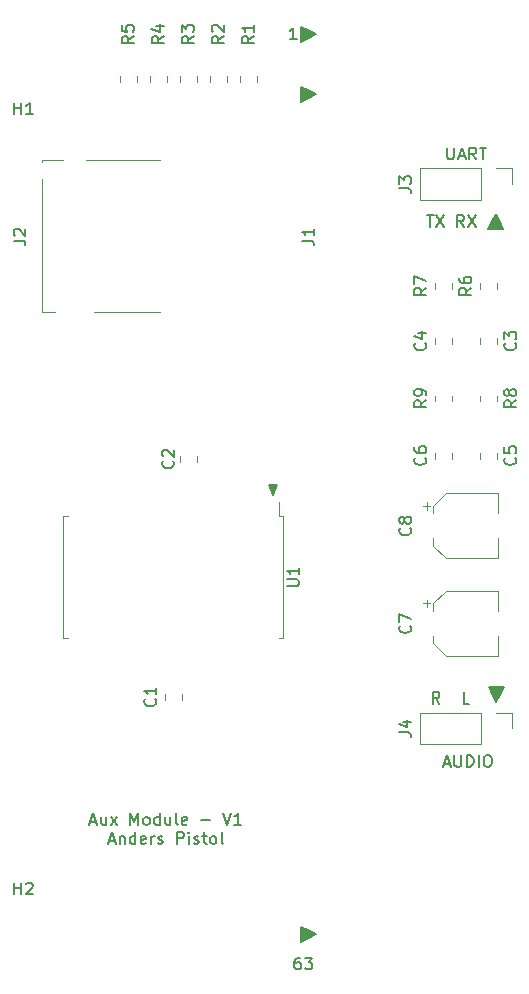
<source format=gbr>
%TF.GenerationSoftware,KiCad,Pcbnew,(6.0.4)*%
%TF.CreationDate,2022-04-07T10:44:55+02:00*%
%TF.ProjectId,srambrd,7372616d-6272-4642-9e6b-696361645f70,rev?*%
%TF.SameCoordinates,Original*%
%TF.FileFunction,Legend,Top*%
%TF.FilePolarity,Positive*%
%FSLAX46Y46*%
G04 Gerber Fmt 4.6, Leading zero omitted, Abs format (unit mm)*
G04 Created by KiCad (PCBNEW (6.0.4)) date 2022-04-07 10:44:55*
%MOMM*%
%LPD*%
G01*
G04 APERTURE LIST*
%ADD10C,0.150000*%
%ADD11C,0.120000*%
G04 APERTURE END LIST*
D10*
G36*
X125879777Y-101216388D02*
G01*
X125568547Y-100432042D01*
X126216086Y-100432042D01*
X125879777Y-101216388D01*
G37*
X125879777Y-101216388D02*
X125568547Y-100432042D01*
X126216086Y-100432042D01*
X125879777Y-101216388D01*
G36*
X144806883Y-118811847D02*
G01*
X144171883Y-117541847D01*
X145441883Y-117541847D01*
X144806883Y-118811847D01*
G37*
X144806883Y-118811847D02*
X144171883Y-117541847D01*
X145441883Y-117541847D01*
X144806883Y-118811847D01*
G36*
X129540000Y-62230000D02*
G01*
X128270000Y-62865000D01*
X128270000Y-61595000D01*
X129540000Y-62230000D01*
G37*
X129540000Y-62230000D02*
X128270000Y-62865000D01*
X128270000Y-61595000D01*
X129540000Y-62230000D01*
G36*
X129540000Y-67310000D02*
G01*
X128270000Y-67945000D01*
X128270000Y-66675000D01*
X129540000Y-67310000D01*
G37*
X129540000Y-67310000D02*
X128270000Y-67945000D01*
X128270000Y-66675000D01*
X129540000Y-67310000D01*
G36*
X145415000Y-78740000D02*
G01*
X144145000Y-78740000D01*
X144780000Y-77470000D01*
X145415000Y-78740000D01*
G37*
X145415000Y-78740000D02*
X144145000Y-78740000D01*
X144780000Y-77470000D01*
X145415000Y-78740000D01*
G36*
X129540000Y-138430000D02*
G01*
X128270000Y-139065000D01*
X128270000Y-137795000D01*
X129540000Y-138430000D01*
G37*
X129540000Y-138430000D02*
X128270000Y-139065000D01*
X128270000Y-137795000D01*
X129540000Y-138430000D01*
X142073333Y-78557380D02*
X141740000Y-78081190D01*
X141501904Y-78557380D02*
X141501904Y-77557380D01*
X141882857Y-77557380D01*
X141978095Y-77605000D01*
X142025714Y-77652619D01*
X142073333Y-77747857D01*
X142073333Y-77890714D01*
X142025714Y-77985952D01*
X141978095Y-78033571D01*
X141882857Y-78081190D01*
X141501904Y-78081190D01*
X142406666Y-77557380D02*
X143073333Y-78557380D01*
X143073333Y-77557380D02*
X142406666Y-78557380D01*
X138938095Y-77557380D02*
X139509523Y-77557380D01*
X139223809Y-78557380D02*
X139223809Y-77557380D01*
X139747619Y-77557380D02*
X140414285Y-78557380D01*
X140414285Y-77557380D02*
X139747619Y-78557380D01*
X140644761Y-71842380D02*
X140644761Y-72651904D01*
X140692380Y-72747142D01*
X140740000Y-72794761D01*
X140835238Y-72842380D01*
X141025714Y-72842380D01*
X141120952Y-72794761D01*
X141168571Y-72747142D01*
X141216190Y-72651904D01*
X141216190Y-71842380D01*
X141644761Y-72556666D02*
X142120952Y-72556666D01*
X141549523Y-72842380D02*
X141882857Y-71842380D01*
X142216190Y-72842380D01*
X143120952Y-72842380D02*
X142787619Y-72366190D01*
X142549523Y-72842380D02*
X142549523Y-71842380D01*
X142930476Y-71842380D01*
X143025714Y-71890000D01*
X143073333Y-71937619D01*
X143120952Y-72032857D01*
X143120952Y-72175714D01*
X143073333Y-72270952D01*
X143025714Y-72318571D01*
X142930476Y-72366190D01*
X142549523Y-72366190D01*
X143406666Y-71842380D02*
X143978095Y-71842380D01*
X143692380Y-72842380D02*
X143692380Y-71842380D01*
X142549523Y-118925649D02*
X142073333Y-118925649D01*
X142073333Y-117925649D01*
X110459047Y-128901666D02*
X110935238Y-128901666D01*
X110363809Y-129187380D02*
X110697142Y-128187380D01*
X111030476Y-129187380D01*
X111792380Y-128520714D02*
X111792380Y-129187380D01*
X111363809Y-128520714D02*
X111363809Y-129044523D01*
X111411428Y-129139761D01*
X111506666Y-129187380D01*
X111649523Y-129187380D01*
X111744761Y-129139761D01*
X111792380Y-129092142D01*
X112173333Y-129187380D02*
X112697142Y-128520714D01*
X112173333Y-128520714D02*
X112697142Y-129187380D01*
X113840000Y-129187380D02*
X113840000Y-128187380D01*
X114173333Y-128901666D01*
X114506666Y-128187380D01*
X114506666Y-129187380D01*
X115125714Y-129187380D02*
X115030476Y-129139761D01*
X114982857Y-129092142D01*
X114935238Y-128996904D01*
X114935238Y-128711190D01*
X114982857Y-128615952D01*
X115030476Y-128568333D01*
X115125714Y-128520714D01*
X115268571Y-128520714D01*
X115363809Y-128568333D01*
X115411428Y-128615952D01*
X115459047Y-128711190D01*
X115459047Y-128996904D01*
X115411428Y-129092142D01*
X115363809Y-129139761D01*
X115268571Y-129187380D01*
X115125714Y-129187380D01*
X116316190Y-129187380D02*
X116316190Y-128187380D01*
X116316190Y-129139761D02*
X116220952Y-129187380D01*
X116030476Y-129187380D01*
X115935238Y-129139761D01*
X115887619Y-129092142D01*
X115840000Y-128996904D01*
X115840000Y-128711190D01*
X115887619Y-128615952D01*
X115935238Y-128568333D01*
X116030476Y-128520714D01*
X116220952Y-128520714D01*
X116316190Y-128568333D01*
X117220952Y-128520714D02*
X117220952Y-129187380D01*
X116792380Y-128520714D02*
X116792380Y-129044523D01*
X116840000Y-129139761D01*
X116935238Y-129187380D01*
X117078095Y-129187380D01*
X117173333Y-129139761D01*
X117220952Y-129092142D01*
X117840000Y-129187380D02*
X117744761Y-129139761D01*
X117697142Y-129044523D01*
X117697142Y-128187380D01*
X118601904Y-129139761D02*
X118506666Y-129187380D01*
X118316190Y-129187380D01*
X118220952Y-129139761D01*
X118173333Y-129044523D01*
X118173333Y-128663571D01*
X118220952Y-128568333D01*
X118316190Y-128520714D01*
X118506666Y-128520714D01*
X118601904Y-128568333D01*
X118649523Y-128663571D01*
X118649523Y-128758809D01*
X118173333Y-128854047D01*
X119840000Y-128806428D02*
X120601904Y-128806428D01*
X121697142Y-128187380D02*
X122030476Y-129187380D01*
X122363809Y-128187380D01*
X123220952Y-129187380D02*
X122649523Y-129187380D01*
X122935238Y-129187380D02*
X122935238Y-128187380D01*
X122840000Y-128330238D01*
X122744761Y-128425476D01*
X122649523Y-128473095D01*
X112030476Y-130511666D02*
X112506666Y-130511666D01*
X111935238Y-130797380D02*
X112268571Y-129797380D01*
X112601904Y-130797380D01*
X112935238Y-130130714D02*
X112935238Y-130797380D01*
X112935238Y-130225952D02*
X112982857Y-130178333D01*
X113078095Y-130130714D01*
X113220952Y-130130714D01*
X113316190Y-130178333D01*
X113363809Y-130273571D01*
X113363809Y-130797380D01*
X114268571Y-130797380D02*
X114268571Y-129797380D01*
X114268571Y-130749761D02*
X114173333Y-130797380D01*
X113982857Y-130797380D01*
X113887619Y-130749761D01*
X113840000Y-130702142D01*
X113792380Y-130606904D01*
X113792380Y-130321190D01*
X113840000Y-130225952D01*
X113887619Y-130178333D01*
X113982857Y-130130714D01*
X114173333Y-130130714D01*
X114268571Y-130178333D01*
X115125714Y-130749761D02*
X115030476Y-130797380D01*
X114840000Y-130797380D01*
X114744761Y-130749761D01*
X114697142Y-130654523D01*
X114697142Y-130273571D01*
X114744761Y-130178333D01*
X114840000Y-130130714D01*
X115030476Y-130130714D01*
X115125714Y-130178333D01*
X115173333Y-130273571D01*
X115173333Y-130368809D01*
X114697142Y-130464047D01*
X115601904Y-130797380D02*
X115601904Y-130130714D01*
X115601904Y-130321190D02*
X115649523Y-130225952D01*
X115697142Y-130178333D01*
X115792380Y-130130714D01*
X115887619Y-130130714D01*
X116173333Y-130749761D02*
X116268571Y-130797380D01*
X116459047Y-130797380D01*
X116554285Y-130749761D01*
X116601904Y-130654523D01*
X116601904Y-130606904D01*
X116554285Y-130511666D01*
X116459047Y-130464047D01*
X116316190Y-130464047D01*
X116220952Y-130416428D01*
X116173333Y-130321190D01*
X116173333Y-130273571D01*
X116220952Y-130178333D01*
X116316190Y-130130714D01*
X116459047Y-130130714D01*
X116554285Y-130178333D01*
X117792380Y-130797380D02*
X117792380Y-129797380D01*
X118173333Y-129797380D01*
X118268571Y-129845000D01*
X118316190Y-129892619D01*
X118363809Y-129987857D01*
X118363809Y-130130714D01*
X118316190Y-130225952D01*
X118268571Y-130273571D01*
X118173333Y-130321190D01*
X117792380Y-130321190D01*
X118792380Y-130797380D02*
X118792380Y-130130714D01*
X118792380Y-129797380D02*
X118744761Y-129845000D01*
X118792380Y-129892619D01*
X118840000Y-129845000D01*
X118792380Y-129797380D01*
X118792380Y-129892619D01*
X119220952Y-130749761D02*
X119316190Y-130797380D01*
X119506666Y-130797380D01*
X119601904Y-130749761D01*
X119649523Y-130654523D01*
X119649523Y-130606904D01*
X119601904Y-130511666D01*
X119506666Y-130464047D01*
X119363809Y-130464047D01*
X119268571Y-130416428D01*
X119220952Y-130321190D01*
X119220952Y-130273571D01*
X119268571Y-130178333D01*
X119363809Y-130130714D01*
X119506666Y-130130714D01*
X119601904Y-130178333D01*
X119935238Y-130130714D02*
X120316190Y-130130714D01*
X120078095Y-129797380D02*
X120078095Y-130654523D01*
X120125714Y-130749761D01*
X120220952Y-130797380D01*
X120316190Y-130797380D01*
X120792380Y-130797380D02*
X120697142Y-130749761D01*
X120649523Y-130702142D01*
X120601904Y-130606904D01*
X120601904Y-130321190D01*
X120649523Y-130225952D01*
X120697142Y-130178333D01*
X120792380Y-130130714D01*
X120935238Y-130130714D01*
X121030476Y-130178333D01*
X121078095Y-130225952D01*
X121125714Y-130321190D01*
X121125714Y-130606904D01*
X121078095Y-130702142D01*
X121030476Y-130749761D01*
X120935238Y-130797380D01*
X120792380Y-130797380D01*
X121697142Y-130797380D02*
X121601904Y-130749761D01*
X121554285Y-130654523D01*
X121554285Y-129797380D01*
X140009523Y-118925649D02*
X139676190Y-118449459D01*
X139438095Y-118925649D02*
X139438095Y-117925649D01*
X139819047Y-117925649D01*
X139914285Y-117973269D01*
X139961904Y-118020888D01*
X140009523Y-118116126D01*
X140009523Y-118258983D01*
X139961904Y-118354221D01*
X139914285Y-118401840D01*
X139819047Y-118449459D01*
X139438095Y-118449459D01*
X128204404Y-140422380D02*
X128013928Y-140422380D01*
X127918690Y-140470000D01*
X127871071Y-140517619D01*
X127775833Y-140660476D01*
X127728214Y-140850952D01*
X127728214Y-141231904D01*
X127775833Y-141327142D01*
X127823452Y-141374761D01*
X127918690Y-141422380D01*
X128109166Y-141422380D01*
X128204404Y-141374761D01*
X128252023Y-141327142D01*
X128299642Y-141231904D01*
X128299642Y-140993809D01*
X128252023Y-140898571D01*
X128204404Y-140850952D01*
X128109166Y-140803333D01*
X127918690Y-140803333D01*
X127823452Y-140850952D01*
X127775833Y-140898571D01*
X127728214Y-140993809D01*
X128632976Y-140422380D02*
X129252023Y-140422380D01*
X128918690Y-140803333D01*
X129061547Y-140803333D01*
X129156785Y-140850952D01*
X129204404Y-140898571D01*
X129252023Y-140993809D01*
X129252023Y-141231904D01*
X129204404Y-141327142D01*
X129156785Y-141374761D01*
X129061547Y-141422380D01*
X128775833Y-141422380D01*
X128680595Y-141374761D01*
X128632976Y-141327142D01*
X140372399Y-123991666D02*
X140848589Y-123991666D01*
X140277161Y-124277380D02*
X140610494Y-123277380D01*
X140943828Y-124277380D01*
X141277161Y-123277380D02*
X141277161Y-124086904D01*
X141324780Y-124182142D01*
X141372399Y-124229761D01*
X141467637Y-124277380D01*
X141658113Y-124277380D01*
X141753351Y-124229761D01*
X141800970Y-124182142D01*
X141848589Y-124086904D01*
X141848589Y-123277380D01*
X142324780Y-124277380D02*
X142324780Y-123277380D01*
X142562875Y-123277380D01*
X142705732Y-123325000D01*
X142800970Y-123420238D01*
X142848589Y-123515476D01*
X142896209Y-123705952D01*
X142896209Y-123848809D01*
X142848589Y-124039285D01*
X142800970Y-124134523D01*
X142705732Y-124229761D01*
X142562875Y-124277380D01*
X142324780Y-124277380D01*
X143324780Y-124277380D02*
X143324780Y-123277380D01*
X143991447Y-123277380D02*
X144181923Y-123277380D01*
X144277161Y-123325000D01*
X144372399Y-123420238D01*
X144420018Y-123610714D01*
X144420018Y-123944047D01*
X144372399Y-124134523D01*
X144277161Y-124229761D01*
X144181923Y-124277380D01*
X143991447Y-124277380D01*
X143896209Y-124229761D01*
X143800970Y-124134523D01*
X143753351Y-123944047D01*
X143753351Y-123610714D01*
X143800970Y-123420238D01*
X143896209Y-123325000D01*
X143991447Y-123277380D01*
X127920714Y-62682380D02*
X127349285Y-62682380D01*
X127635000Y-62682380D02*
X127635000Y-61682380D01*
X127539761Y-61825238D01*
X127444523Y-61920476D01*
X127349285Y-61968095D01*
%TO.C,R5*%
X114117380Y-62396666D02*
X113641190Y-62730000D01*
X114117380Y-62968095D02*
X113117380Y-62968095D01*
X113117380Y-62587142D01*
X113165000Y-62491904D01*
X113212619Y-62444285D01*
X113307857Y-62396666D01*
X113450714Y-62396666D01*
X113545952Y-62444285D01*
X113593571Y-62491904D01*
X113641190Y-62587142D01*
X113641190Y-62968095D01*
X113117380Y-61491904D02*
X113117380Y-61968095D01*
X113593571Y-62015714D01*
X113545952Y-61968095D01*
X113498333Y-61872857D01*
X113498333Y-61634761D01*
X113545952Y-61539523D01*
X113593571Y-61491904D01*
X113688809Y-61444285D01*
X113926904Y-61444285D01*
X114022142Y-61491904D01*
X114069761Y-61539523D01*
X114117380Y-61634761D01*
X114117380Y-61872857D01*
X114069761Y-61968095D01*
X114022142Y-62015714D01*
%TO.C,C7*%
X137512299Y-112306407D02*
X137559918Y-112354026D01*
X137607537Y-112496883D01*
X137607537Y-112592121D01*
X137559918Y-112734979D01*
X137464680Y-112830217D01*
X137369442Y-112877836D01*
X137178966Y-112925455D01*
X137036109Y-112925455D01*
X136845633Y-112877836D01*
X136750395Y-112830217D01*
X136655157Y-112734979D01*
X136607537Y-112592121D01*
X136607537Y-112496883D01*
X136655157Y-112354026D01*
X136702776Y-112306407D01*
X136607537Y-111973074D02*
X136607537Y-111306407D01*
X137607537Y-111734979D01*
%TO.C,R4*%
X116657380Y-62396666D02*
X116181190Y-62730000D01*
X116657380Y-62968095D02*
X115657380Y-62968095D01*
X115657380Y-62587142D01*
X115705000Y-62491904D01*
X115752619Y-62444285D01*
X115847857Y-62396666D01*
X115990714Y-62396666D01*
X116085952Y-62444285D01*
X116133571Y-62491904D01*
X116181190Y-62587142D01*
X116181190Y-62968095D01*
X115990714Y-61539523D02*
X116657380Y-61539523D01*
X115609761Y-61777619D02*
X116324047Y-62015714D01*
X116324047Y-61396666D01*
%TO.C,J3*%
X136612380Y-75263333D02*
X137326666Y-75263333D01*
X137469523Y-75310952D01*
X137564761Y-75406190D01*
X137612380Y-75549047D01*
X137612380Y-75644285D01*
X136612380Y-74882380D02*
X136612380Y-74263333D01*
X136993333Y-74596666D01*
X136993333Y-74453809D01*
X137040952Y-74358571D01*
X137088571Y-74310952D01*
X137183809Y-74263333D01*
X137421904Y-74263333D01*
X137517142Y-74310952D01*
X137564761Y-74358571D01*
X137612380Y-74453809D01*
X137612380Y-74739523D01*
X137564761Y-74834761D01*
X137517142Y-74882380D01*
%TO.C,C4*%
X138787142Y-88392435D02*
X138834761Y-88440054D01*
X138882380Y-88582911D01*
X138882380Y-88678149D01*
X138834761Y-88821007D01*
X138739523Y-88916245D01*
X138644285Y-88963864D01*
X138453809Y-89011483D01*
X138310952Y-89011483D01*
X138120476Y-88963864D01*
X138025238Y-88916245D01*
X137930000Y-88821007D01*
X137882380Y-88678149D01*
X137882380Y-88582911D01*
X137930000Y-88440054D01*
X137977619Y-88392435D01*
X138215714Y-87535292D02*
X138882380Y-87535292D01*
X137834761Y-87773388D02*
X138549047Y-88011483D01*
X138549047Y-87392435D01*
%TO.C,H1*%
X104013095Y-69032380D02*
X104013095Y-68032380D01*
X104013095Y-68508571D02*
X104584523Y-68508571D01*
X104584523Y-69032380D02*
X104584523Y-68032380D01*
X105584523Y-69032380D02*
X105013095Y-69032380D01*
X105298809Y-69032380D02*
X105298809Y-68032380D01*
X105203571Y-68175238D01*
X105108333Y-68270476D01*
X105013095Y-68318095D01*
%TO.C,R6*%
X142692380Y-83714935D02*
X142216190Y-84048269D01*
X142692380Y-84286364D02*
X141692380Y-84286364D01*
X141692380Y-83905411D01*
X141740000Y-83810173D01*
X141787619Y-83762554D01*
X141882857Y-83714935D01*
X142025714Y-83714935D01*
X142120952Y-83762554D01*
X142168571Y-83810173D01*
X142216190Y-83905411D01*
X142216190Y-84286364D01*
X141692380Y-82857792D02*
X141692380Y-83048269D01*
X141740000Y-83143507D01*
X141787619Y-83191126D01*
X141930476Y-83286364D01*
X142120952Y-83333983D01*
X142501904Y-83333983D01*
X142597142Y-83286364D01*
X142644761Y-83238745D01*
X142692380Y-83143507D01*
X142692380Y-82953030D01*
X142644761Y-82857792D01*
X142597142Y-82810173D01*
X142501904Y-82762554D01*
X142263809Y-82762554D01*
X142168571Y-82810173D01*
X142120952Y-82857792D01*
X142073333Y-82953030D01*
X142073333Y-83143507D01*
X142120952Y-83238745D01*
X142168571Y-83286364D01*
X142263809Y-83333983D01*
%TO.C,J4*%
X136612380Y-121346602D02*
X137326666Y-121346602D01*
X137469523Y-121394221D01*
X137564761Y-121489459D01*
X137612380Y-121632316D01*
X137612380Y-121727554D01*
X136945714Y-120441840D02*
X137612380Y-120441840D01*
X136564761Y-120679935D02*
X137279047Y-120918030D01*
X137279047Y-120298983D01*
%TO.C,R9*%
X138882380Y-93239935D02*
X138406190Y-93573269D01*
X138882380Y-93811364D02*
X137882380Y-93811364D01*
X137882380Y-93430411D01*
X137930000Y-93335173D01*
X137977619Y-93287554D01*
X138072857Y-93239935D01*
X138215714Y-93239935D01*
X138310952Y-93287554D01*
X138358571Y-93335173D01*
X138406190Y-93430411D01*
X138406190Y-93811364D01*
X138882380Y-92763745D02*
X138882380Y-92573269D01*
X138834761Y-92478030D01*
X138787142Y-92430411D01*
X138644285Y-92335173D01*
X138453809Y-92287554D01*
X138072857Y-92287554D01*
X137977619Y-92335173D01*
X137930000Y-92382792D01*
X137882380Y-92478030D01*
X137882380Y-92668507D01*
X137930000Y-92763745D01*
X137977619Y-92811364D01*
X138072857Y-92858983D01*
X138310952Y-92858983D01*
X138406190Y-92811364D01*
X138453809Y-92763745D01*
X138501428Y-92668507D01*
X138501428Y-92478030D01*
X138453809Y-92382792D01*
X138406190Y-92335173D01*
X138310952Y-92287554D01*
%TO.C,R1*%
X124277380Y-62396666D02*
X123801190Y-62730000D01*
X124277380Y-62968095D02*
X123277380Y-62968095D01*
X123277380Y-62587142D01*
X123325000Y-62491904D01*
X123372619Y-62444285D01*
X123467857Y-62396666D01*
X123610714Y-62396666D01*
X123705952Y-62444285D01*
X123753571Y-62491904D01*
X123801190Y-62587142D01*
X123801190Y-62968095D01*
X124277380Y-61444285D02*
X124277380Y-62015714D01*
X124277380Y-61730000D02*
X123277380Y-61730000D01*
X123420238Y-61825238D01*
X123515476Y-61920476D01*
X123563095Y-62015714D01*
%TO.C,C2*%
X117422142Y-98359166D02*
X117469761Y-98406785D01*
X117517380Y-98549642D01*
X117517380Y-98644880D01*
X117469761Y-98787738D01*
X117374523Y-98882976D01*
X117279285Y-98930595D01*
X117088809Y-98978214D01*
X116945952Y-98978214D01*
X116755476Y-98930595D01*
X116660238Y-98882976D01*
X116565000Y-98787738D01*
X116517380Y-98644880D01*
X116517380Y-98549642D01*
X116565000Y-98406785D01*
X116612619Y-98359166D01*
X116612619Y-97978214D02*
X116565000Y-97930595D01*
X116517380Y-97835357D01*
X116517380Y-97597261D01*
X116565000Y-97502023D01*
X116612619Y-97454404D01*
X116707857Y-97406785D01*
X116803095Y-97406785D01*
X116945952Y-97454404D01*
X117517380Y-98025833D01*
X117517380Y-97406785D01*
%TO.C,U1*%
X127087380Y-108965904D02*
X127896904Y-108965904D01*
X127992142Y-108918285D01*
X128039761Y-108870666D01*
X128087380Y-108775428D01*
X128087380Y-108584952D01*
X128039761Y-108489714D01*
X127992142Y-108442095D01*
X127896904Y-108394476D01*
X127087380Y-108394476D01*
X128087380Y-107394476D02*
X128087380Y-107965904D01*
X128087380Y-107680190D02*
X127087380Y-107680190D01*
X127230238Y-107775428D01*
X127325476Y-107870666D01*
X127373095Y-107965904D01*
%TO.C,R3*%
X119197380Y-62396666D02*
X118721190Y-62730000D01*
X119197380Y-62968095D02*
X118197380Y-62968095D01*
X118197380Y-62587142D01*
X118245000Y-62491904D01*
X118292619Y-62444285D01*
X118387857Y-62396666D01*
X118530714Y-62396666D01*
X118625952Y-62444285D01*
X118673571Y-62491904D01*
X118721190Y-62587142D01*
X118721190Y-62968095D01*
X118197380Y-62063333D02*
X118197380Y-61444285D01*
X118578333Y-61777619D01*
X118578333Y-61634761D01*
X118625952Y-61539523D01*
X118673571Y-61491904D01*
X118768809Y-61444285D01*
X119006904Y-61444285D01*
X119102142Y-61491904D01*
X119149761Y-61539523D01*
X119197380Y-61634761D01*
X119197380Y-61920476D01*
X119149761Y-62015714D01*
X119102142Y-62063333D01*
%TO.C,C1*%
X115927142Y-118509166D02*
X115974761Y-118556785D01*
X116022380Y-118699642D01*
X116022380Y-118794880D01*
X115974761Y-118937738D01*
X115879523Y-119032976D01*
X115784285Y-119080595D01*
X115593809Y-119128214D01*
X115450952Y-119128214D01*
X115260476Y-119080595D01*
X115165238Y-119032976D01*
X115070000Y-118937738D01*
X115022380Y-118794880D01*
X115022380Y-118699642D01*
X115070000Y-118556785D01*
X115117619Y-118509166D01*
X116022380Y-117556785D02*
X116022380Y-118128214D01*
X116022380Y-117842500D02*
X115022380Y-117842500D01*
X115165238Y-117937738D01*
X115260476Y-118032976D01*
X115308095Y-118128214D01*
%TO.C,C8*%
X137512299Y-104051407D02*
X137559918Y-104099026D01*
X137607537Y-104241883D01*
X137607537Y-104337121D01*
X137559918Y-104479979D01*
X137464680Y-104575217D01*
X137369442Y-104622836D01*
X137178966Y-104670455D01*
X137036109Y-104670455D01*
X136845633Y-104622836D01*
X136750395Y-104575217D01*
X136655157Y-104479979D01*
X136607537Y-104337121D01*
X136607537Y-104241883D01*
X136655157Y-104099026D01*
X136702776Y-104051407D01*
X137036109Y-103479979D02*
X136988490Y-103575217D01*
X136940871Y-103622836D01*
X136845633Y-103670455D01*
X136798014Y-103670455D01*
X136702776Y-103622836D01*
X136655157Y-103575217D01*
X136607537Y-103479979D01*
X136607537Y-103289502D01*
X136655157Y-103194264D01*
X136702776Y-103146645D01*
X136798014Y-103099026D01*
X136845633Y-103099026D01*
X136940871Y-103146645D01*
X136988490Y-103194264D01*
X137036109Y-103289502D01*
X137036109Y-103479979D01*
X137083728Y-103575217D01*
X137131347Y-103622836D01*
X137226585Y-103670455D01*
X137417061Y-103670455D01*
X137512299Y-103622836D01*
X137559918Y-103575217D01*
X137607537Y-103479979D01*
X137607537Y-103289502D01*
X137559918Y-103194264D01*
X137512299Y-103146645D01*
X137417061Y-103099026D01*
X137226585Y-103099026D01*
X137131347Y-103146645D01*
X137083728Y-103194264D01*
X137036109Y-103289502D01*
%TO.C,C6*%
X138787142Y-98087435D02*
X138834761Y-98135054D01*
X138882380Y-98277911D01*
X138882380Y-98373149D01*
X138834761Y-98516007D01*
X138739523Y-98611245D01*
X138644285Y-98658864D01*
X138453809Y-98706483D01*
X138310952Y-98706483D01*
X138120476Y-98658864D01*
X138025238Y-98611245D01*
X137930000Y-98516007D01*
X137882380Y-98373149D01*
X137882380Y-98277911D01*
X137930000Y-98135054D01*
X137977619Y-98087435D01*
X137882380Y-97230292D02*
X137882380Y-97420769D01*
X137930000Y-97516007D01*
X137977619Y-97563626D01*
X138120476Y-97658864D01*
X138310952Y-97706483D01*
X138691904Y-97706483D01*
X138787142Y-97658864D01*
X138834761Y-97611245D01*
X138882380Y-97516007D01*
X138882380Y-97325530D01*
X138834761Y-97230292D01*
X138787142Y-97182673D01*
X138691904Y-97135054D01*
X138453809Y-97135054D01*
X138358571Y-97182673D01*
X138310952Y-97230292D01*
X138263333Y-97325530D01*
X138263333Y-97516007D01*
X138310952Y-97611245D01*
X138358571Y-97658864D01*
X138453809Y-97706483D01*
%TO.C,C5*%
X146407142Y-98087435D02*
X146454761Y-98135054D01*
X146502380Y-98277911D01*
X146502380Y-98373149D01*
X146454761Y-98516007D01*
X146359523Y-98611245D01*
X146264285Y-98658864D01*
X146073809Y-98706483D01*
X145930952Y-98706483D01*
X145740476Y-98658864D01*
X145645238Y-98611245D01*
X145550000Y-98516007D01*
X145502380Y-98373149D01*
X145502380Y-98277911D01*
X145550000Y-98135054D01*
X145597619Y-98087435D01*
X145502380Y-97182673D02*
X145502380Y-97658864D01*
X145978571Y-97706483D01*
X145930952Y-97658864D01*
X145883333Y-97563626D01*
X145883333Y-97325530D01*
X145930952Y-97230292D01*
X145978571Y-97182673D01*
X146073809Y-97135054D01*
X146311904Y-97135054D01*
X146407142Y-97182673D01*
X146454761Y-97230292D01*
X146502380Y-97325530D01*
X146502380Y-97563626D01*
X146454761Y-97658864D01*
X146407142Y-97706483D01*
%TO.C,R7*%
X138882380Y-83714935D02*
X138406190Y-84048269D01*
X138882380Y-84286364D02*
X137882380Y-84286364D01*
X137882380Y-83905411D01*
X137930000Y-83810173D01*
X137977619Y-83762554D01*
X138072857Y-83714935D01*
X138215714Y-83714935D01*
X138310952Y-83762554D01*
X138358571Y-83810173D01*
X138406190Y-83905411D01*
X138406190Y-84286364D01*
X137882380Y-83381602D02*
X137882380Y-82714935D01*
X138882380Y-83143507D01*
%TO.C,H2*%
X104013095Y-135072380D02*
X104013095Y-134072380D01*
X104013095Y-134548571D02*
X104584523Y-134548571D01*
X104584523Y-135072380D02*
X104584523Y-134072380D01*
X105013095Y-134167619D02*
X105060714Y-134120000D01*
X105155952Y-134072380D01*
X105394047Y-134072380D01*
X105489285Y-134120000D01*
X105536904Y-134167619D01*
X105584523Y-134262857D01*
X105584523Y-134358095D01*
X105536904Y-134500952D01*
X104965476Y-135072380D01*
X105584523Y-135072380D01*
%TO.C,C3*%
X146407142Y-88392435D02*
X146454761Y-88440054D01*
X146502380Y-88582911D01*
X146502380Y-88678149D01*
X146454761Y-88821007D01*
X146359523Y-88916245D01*
X146264285Y-88963864D01*
X146073809Y-89011483D01*
X145930952Y-89011483D01*
X145740476Y-88963864D01*
X145645238Y-88916245D01*
X145550000Y-88821007D01*
X145502380Y-88678149D01*
X145502380Y-88582911D01*
X145550000Y-88440054D01*
X145597619Y-88392435D01*
X145502380Y-88059102D02*
X145502380Y-87440054D01*
X145883333Y-87773388D01*
X145883333Y-87630530D01*
X145930952Y-87535292D01*
X145978571Y-87487673D01*
X146073809Y-87440054D01*
X146311904Y-87440054D01*
X146407142Y-87487673D01*
X146454761Y-87535292D01*
X146502380Y-87630530D01*
X146502380Y-87916245D01*
X146454761Y-88011483D01*
X146407142Y-88059102D01*
%TO.C,R8*%
X146502380Y-93239935D02*
X146026190Y-93573269D01*
X146502380Y-93811364D02*
X145502380Y-93811364D01*
X145502380Y-93430411D01*
X145550000Y-93335173D01*
X145597619Y-93287554D01*
X145692857Y-93239935D01*
X145835714Y-93239935D01*
X145930952Y-93287554D01*
X145978571Y-93335173D01*
X146026190Y-93430411D01*
X146026190Y-93811364D01*
X145930952Y-92668507D02*
X145883333Y-92763745D01*
X145835714Y-92811364D01*
X145740476Y-92858983D01*
X145692857Y-92858983D01*
X145597619Y-92811364D01*
X145550000Y-92763745D01*
X145502380Y-92668507D01*
X145502380Y-92478030D01*
X145550000Y-92382792D01*
X145597619Y-92335173D01*
X145692857Y-92287554D01*
X145740476Y-92287554D01*
X145835714Y-92335173D01*
X145883333Y-92382792D01*
X145930952Y-92478030D01*
X145930952Y-92668507D01*
X145978571Y-92763745D01*
X146026190Y-92811364D01*
X146121428Y-92858983D01*
X146311904Y-92858983D01*
X146407142Y-92811364D01*
X146454761Y-92763745D01*
X146502380Y-92668507D01*
X146502380Y-92478030D01*
X146454761Y-92382792D01*
X146407142Y-92335173D01*
X146311904Y-92287554D01*
X146121428Y-92287554D01*
X146026190Y-92335173D01*
X145978571Y-92382792D01*
X145930952Y-92478030D01*
%TO.C,R2*%
X121737380Y-62396666D02*
X121261190Y-62730000D01*
X121737380Y-62968095D02*
X120737380Y-62968095D01*
X120737380Y-62587142D01*
X120785000Y-62491904D01*
X120832619Y-62444285D01*
X120927857Y-62396666D01*
X121070714Y-62396666D01*
X121165952Y-62444285D01*
X121213571Y-62491904D01*
X121261190Y-62587142D01*
X121261190Y-62968095D01*
X120832619Y-62015714D02*
X120785000Y-61968095D01*
X120737380Y-61872857D01*
X120737380Y-61634761D01*
X120785000Y-61539523D01*
X120832619Y-61491904D01*
X120927857Y-61444285D01*
X121023095Y-61444285D01*
X121165952Y-61491904D01*
X121737380Y-62063333D01*
X121737380Y-61444285D01*
%TO.C,J2*%
X103942380Y-79713333D02*
X104656666Y-79713333D01*
X104799523Y-79760952D01*
X104894761Y-79856190D01*
X104942380Y-79999047D01*
X104942380Y-80094285D01*
X104037619Y-79284761D02*
X103990000Y-79237142D01*
X103942380Y-79141904D01*
X103942380Y-78903809D01*
X103990000Y-78808571D01*
X104037619Y-78760952D01*
X104132857Y-78713333D01*
X104228095Y-78713333D01*
X104370952Y-78760952D01*
X104942380Y-79332380D01*
X104942380Y-78713333D01*
%TO.C,J1*%
X128357380Y-79708333D02*
X129071666Y-79708333D01*
X129214523Y-79755952D01*
X129309761Y-79851190D01*
X129357380Y-79994047D01*
X129357380Y-80089285D01*
X129357380Y-78708333D02*
X129357380Y-79279761D01*
X129357380Y-78994047D02*
X128357380Y-78994047D01*
X128500238Y-79089285D01*
X128595476Y-79184523D01*
X128643095Y-79279761D01*
D11*
%TO.C,R5*%
X114400000Y-65812936D02*
X114400000Y-66267064D01*
X112930000Y-65812936D02*
X112930000Y-66267064D01*
%TO.C,C7*%
X140544437Y-114883269D02*
X145000000Y-114883269D01*
X145000000Y-109363269D02*
X145000000Y-111063269D01*
X139480000Y-113818832D02*
X140544437Y-114883269D01*
X139480000Y-113818832D02*
X139480000Y-113183269D01*
X139480000Y-110427706D02*
X139480000Y-111063269D01*
X138927500Y-110125769D02*
X138927500Y-110750769D01*
X145000000Y-114883269D02*
X145000000Y-113183269D01*
X138615000Y-110438269D02*
X139240000Y-110438269D01*
X139480000Y-110427706D02*
X140544437Y-109363269D01*
X140544437Y-109363269D02*
X145000000Y-109363269D01*
%TO.C,R4*%
X116940000Y-65812936D02*
X116940000Y-66267064D01*
X115470000Y-65812936D02*
X115470000Y-66267064D01*
%TO.C,J3*%
X143510000Y-76260000D02*
X138370000Y-76260000D01*
X143510000Y-73600000D02*
X138370000Y-73600000D01*
X144780000Y-73600000D02*
X146110000Y-73600000D01*
X146110000Y-73600000D02*
X146110000Y-74930000D01*
X138370000Y-73600000D02*
X138370000Y-76260000D01*
X143510000Y-73600000D02*
X143510000Y-76260000D01*
%TO.C,C4*%
X139600000Y-88487021D02*
X139600000Y-87964517D01*
X141070000Y-88487021D02*
X141070000Y-87964517D01*
%TO.C,R6*%
X144880000Y-83321205D02*
X144880000Y-83775333D01*
X143410000Y-83321205D02*
X143410000Y-83775333D01*
%TO.C,J4*%
X143510000Y-119683269D02*
X143510000Y-122343269D01*
X146110000Y-119683269D02*
X146110000Y-121013269D01*
X144780000Y-119683269D02*
X146110000Y-119683269D01*
X138370000Y-119683269D02*
X138370000Y-122343269D01*
X143510000Y-122343269D02*
X138370000Y-122343269D01*
X143510000Y-119683269D02*
X138370000Y-119683269D01*
%TO.C,R9*%
X141070000Y-92846205D02*
X141070000Y-93300333D01*
X139600000Y-92846205D02*
X139600000Y-93300333D01*
%TO.C,R1*%
X123090000Y-65812936D02*
X123090000Y-66267064D01*
X124560000Y-65812936D02*
X124560000Y-66267064D01*
%TO.C,C2*%
X118010000Y-98453752D02*
X118010000Y-97931248D01*
X119480000Y-98453752D02*
X119480000Y-97931248D01*
%TO.C,U1*%
X126410000Y-103014000D02*
X126410000Y-101854000D01*
X126790000Y-108204000D02*
X126790000Y-103014000D01*
X126790000Y-113394000D02*
X126410000Y-113394000D01*
X108160000Y-103014000D02*
X108540000Y-103014000D01*
X108160000Y-108204000D02*
X108160000Y-113394000D01*
X126790000Y-108204000D02*
X126790000Y-113394000D01*
X126790000Y-103014000D02*
X126410000Y-103014000D01*
X108160000Y-108204000D02*
X108160000Y-103014000D01*
X108160000Y-113394000D02*
X108540000Y-113394000D01*
%TO.C,R3*%
X118010000Y-65812936D02*
X118010000Y-66267064D01*
X119480000Y-65812936D02*
X119480000Y-66267064D01*
%TO.C,C1*%
X116740000Y-118081248D02*
X116740000Y-118603752D01*
X118210000Y-118081248D02*
X118210000Y-118603752D01*
%TO.C,C8*%
X140544437Y-101108269D02*
X145000000Y-101108269D01*
X138615000Y-102183269D02*
X139240000Y-102183269D01*
X145000000Y-106628269D02*
X145000000Y-104928269D01*
X139480000Y-102172706D02*
X139480000Y-102808269D01*
X145000000Y-101108269D02*
X145000000Y-102808269D01*
X139480000Y-105563832D02*
X140544437Y-106628269D01*
X140544437Y-106628269D02*
X145000000Y-106628269D01*
X139480000Y-105563832D02*
X139480000Y-104928269D01*
X139480000Y-102172706D02*
X140544437Y-101108269D01*
X138927500Y-101870769D02*
X138927500Y-102495769D01*
%TO.C,C6*%
X141070000Y-98182021D02*
X141070000Y-97659517D01*
X139600000Y-98182021D02*
X139600000Y-97659517D01*
%TO.C,C5*%
X143410000Y-97659517D02*
X143410000Y-98182021D01*
X144880000Y-97659517D02*
X144880000Y-98182021D01*
%TO.C,R7*%
X141070000Y-83321205D02*
X141070000Y-83775333D01*
X139600000Y-83321205D02*
X139600000Y-83775333D01*
%TO.C,C3*%
X144880000Y-87964517D02*
X144880000Y-88487021D01*
X143410000Y-87964517D02*
X143410000Y-88487021D01*
%TO.C,R8*%
X144880000Y-92846205D02*
X144880000Y-93300333D01*
X143410000Y-92846205D02*
X143410000Y-93300333D01*
%TO.C,R2*%
X120550000Y-65812936D02*
X120550000Y-66267064D01*
X122020000Y-65812936D02*
X122020000Y-66267064D01*
%TO.C,J2*%
X110040000Y-72920000D02*
X116340000Y-72920000D01*
X107490000Y-85790000D02*
X106330000Y-85790000D01*
X110740000Y-85790000D02*
X116340000Y-85790000D01*
X106330000Y-73030000D02*
X106330000Y-72920000D01*
X106330000Y-85790000D02*
X106330000Y-74530000D01*
X106330000Y-72920000D02*
X108140000Y-72920000D01*
%TD*%
M02*

</source>
